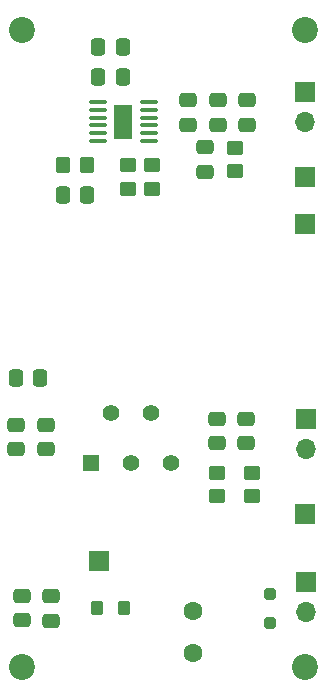
<source format=gts>
%TF.GenerationSoftware,KiCad,Pcbnew,8.0.2*%
%TF.CreationDate,2024-06-04T16:14:46-04:00*%
%TF.ProjectId,Power Supply,506f7765-7220-4537-9570-706c792e6b69,rev?*%
%TF.SameCoordinates,Original*%
%TF.FileFunction,Soldermask,Top*%
%TF.FilePolarity,Negative*%
%FSLAX46Y46*%
G04 Gerber Fmt 4.6, Leading zero omitted, Abs format (unit mm)*
G04 Created by KiCad (PCBNEW 8.0.2) date 2024-06-04 16:14:46*
%MOMM*%
%LPD*%
G01*
G04 APERTURE LIST*
G04 Aperture macros list*
%AMRoundRect*
0 Rectangle with rounded corners*
0 $1 Rounding radius*
0 $2 $3 $4 $5 $6 $7 $8 $9 X,Y pos of 4 corners*
0 Add a 4 corners polygon primitive as box body*
4,1,4,$2,$3,$4,$5,$6,$7,$8,$9,$2,$3,0*
0 Add four circle primitives for the rounded corners*
1,1,$1+$1,$2,$3*
1,1,$1+$1,$4,$5*
1,1,$1+$1,$6,$7*
1,1,$1+$1,$8,$9*
0 Add four rect primitives between the rounded corners*
20,1,$1+$1,$2,$3,$4,$5,0*
20,1,$1+$1,$4,$5,$6,$7,0*
20,1,$1+$1,$6,$7,$8,$9,0*
20,1,$1+$1,$8,$9,$2,$3,0*%
G04 Aperture macros list end*
%ADD10RoundRect,0.250000X-0.337500X-0.475000X0.337500X-0.475000X0.337500X0.475000X-0.337500X0.475000X0*%
%ADD11RoundRect,0.250000X-0.475000X0.337500X-0.475000X-0.337500X0.475000X-0.337500X0.475000X0.337500X0*%
%ADD12RoundRect,0.250000X-0.450000X0.350000X-0.450000X-0.350000X0.450000X-0.350000X0.450000X0.350000X0*%
%ADD13C,2.200000*%
%ADD14C,1.600000*%
%ADD15RoundRect,0.250000X-0.350000X-0.450000X0.350000X-0.450000X0.350000X0.450000X-0.350000X0.450000X0*%
%ADD16R,1.700000X1.700000*%
%ADD17RoundRect,0.250000X0.450000X-0.350000X0.450000X0.350000X-0.450000X0.350000X-0.450000X-0.350000X0*%
%ADD18O,1.700000X1.700000*%
%ADD19RoundRect,0.250000X0.337500X0.475000X-0.337500X0.475000X-0.337500X-0.475000X0.337500X-0.475000X0*%
%ADD20RoundRect,0.250000X0.475000X-0.337500X0.475000X0.337500X-0.475000X0.337500X-0.475000X-0.337500X0*%
%ADD21RoundRect,0.250000X0.250000X-0.250000X0.250000X0.250000X-0.250000X0.250000X-0.250000X-0.250000X0*%
%ADD22C,1.397000*%
%ADD23R,1.397000X1.397000*%
%ADD24R,1.650000X2.850000*%
%ADD25RoundRect,0.100000X-0.625000X-0.100000X0.625000X-0.100000X0.625000X0.100000X-0.625000X0.100000X0*%
%ADD26RoundRect,0.250000X0.275000X0.350000X-0.275000X0.350000X-0.275000X-0.350000X0.275000X-0.350000X0*%
G04 APERTURE END LIST*
D10*
%TO.C,C14*%
X147537500Y-75500000D03*
X145462500Y-75500000D03*
%TD*%
D11*
%TO.C,C3*%
X158525000Y-96537500D03*
X158525000Y-94462500D03*
%TD*%
%TO.C,C13*%
X142000000Y-111500000D03*
X142000000Y-109425000D03*
%TD*%
%TO.C,C10*%
X158590000Y-69537500D03*
X158590000Y-67462500D03*
%TD*%
D12*
%TO.C,R1*%
X161500000Y-101000000D03*
X161500000Y-99000000D03*
%TD*%
D13*
%TO.C,H3*%
X142000000Y-115500000D03*
%TD*%
D14*
%TO.C,C1*%
X156500000Y-114250000D03*
X156500000Y-110750000D03*
%TD*%
D15*
%TO.C,R3*%
X147500000Y-73000000D03*
X145500000Y-73000000D03*
%TD*%
D16*
%TO.C,Div*%
X166000000Y-102500000D03*
%TD*%
D13*
%TO.C,H4*%
X166000000Y-115500000D03*
%TD*%
D11*
%TO.C,C5*%
X144025000Y-97037500D03*
X144025000Y-94962500D03*
%TD*%
%TO.C,C6*%
X141525000Y-97037500D03*
X141525000Y-94962500D03*
%TD*%
D12*
%TO.C,R5*%
X151000000Y-75000000D03*
X151000000Y-73000000D03*
%TD*%
D17*
%TO.C,R6*%
X160000000Y-71500000D03*
X160000000Y-73500000D03*
%TD*%
D10*
%TO.C,C8*%
X150537500Y-63000000D03*
X148462500Y-63000000D03*
%TD*%
%TO.C,C7*%
X150537500Y-65500000D03*
X148462500Y-65500000D03*
%TD*%
D18*
%TO.C,5V*%
X166025000Y-97000000D03*
D16*
X166025000Y-94460000D03*
%TD*%
D19*
%TO.C,C15*%
X141462500Y-91000000D03*
X143537500Y-91000000D03*
%TD*%
D11*
%TO.C,C2*%
X144500000Y-111537500D03*
X144500000Y-109462500D03*
%TD*%
D18*
%TO.C,J3*%
X166025000Y-110790000D03*
D16*
X166025000Y-108250000D03*
%TD*%
%TO.C,Div*%
X166000000Y-78000000D03*
%TD*%
D18*
%TO.C,3.3V*%
X166000000Y-69290000D03*
D16*
X166000000Y-66750000D03*
%TD*%
D20*
%TO.C,C12*%
X157500000Y-71462500D03*
X157500000Y-73537500D03*
%TD*%
D13*
%TO.C,H1*%
X142000000Y-61500000D03*
%TD*%
D17*
%TO.C,R2*%
X158500000Y-99000000D03*
X158500000Y-101000000D03*
%TD*%
%TO.C,R4*%
X153000000Y-73000000D03*
X153000000Y-75000000D03*
%TD*%
D21*
%TO.C,D1*%
X163000000Y-109250000D03*
X163000000Y-111750000D03*
%TD*%
D22*
%TO.C,U1*%
X154630400Y-98191000D03*
X152928600Y-94000000D03*
X151226800Y-98191000D03*
X149525000Y-94000000D03*
D23*
X147823200Y-98191000D03*
%TD*%
D11*
%TO.C,C11*%
X161090000Y-69537500D03*
X161090000Y-67462500D03*
%TD*%
D24*
%TO.C,U2*%
X150590000Y-69290000D03*
D25*
X152740000Y-67665000D03*
X152740000Y-68315000D03*
X152740000Y-68965000D03*
X152740000Y-69615000D03*
X152740000Y-70265000D03*
X152740000Y-70915000D03*
X148440000Y-70915000D03*
X148440000Y-70265000D03*
X148440000Y-69615000D03*
X148440000Y-68965000D03*
X148440000Y-68315000D03*
X148440000Y-67665000D03*
%TD*%
D13*
%TO.C,H2*%
X166000000Y-61500000D03*
%TD*%
D16*
%TO.C,+6*%
X148500000Y-106500000D03*
%TD*%
%TO.C,GND*%
X166000000Y-74000000D03*
%TD*%
D26*
%TO.C,FB1*%
X148350000Y-110500000D03*
X150650000Y-110500000D03*
%TD*%
D11*
%TO.C,C4*%
X161000000Y-96537500D03*
X161000000Y-94462500D03*
%TD*%
%TO.C,C9*%
X156090000Y-69537500D03*
X156090000Y-67462500D03*
%TD*%
M02*

</source>
